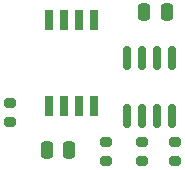
<source format=gbr>
%TF.GenerationSoftware,KiCad,Pcbnew,(6.0.0)*%
%TF.CreationDate,2021-12-30T22:07:07+00:00*%
%TF.ProjectId,DHT22,44485432-322e-46b6-9963-61645f706362,rev?*%
%TF.SameCoordinates,Original*%
%TF.FileFunction,Paste,Top*%
%TF.FilePolarity,Positive*%
%FSLAX46Y46*%
G04 Gerber Fmt 4.6, Leading zero omitted, Abs format (unit mm)*
G04 Created by KiCad (PCBNEW (6.0.0)) date 2021-12-30 22:07:07*
%MOMM*%
%LPD*%
G01*
G04 APERTURE LIST*
G04 Aperture macros list*
%AMRoundRect*
0 Rectangle with rounded corners*
0 $1 Rounding radius*
0 $2 $3 $4 $5 $6 $7 $8 $9 X,Y pos of 4 corners*
0 Add a 4 corners polygon primitive as box body*
4,1,4,$2,$3,$4,$5,$6,$7,$8,$9,$2,$3,0*
0 Add four circle primitives for the rounded corners*
1,1,$1+$1,$2,$3*
1,1,$1+$1,$4,$5*
1,1,$1+$1,$6,$7*
1,1,$1+$1,$8,$9*
0 Add four rect primitives between the rounded corners*
20,1,$1+$1,$2,$3,$4,$5,0*
20,1,$1+$1,$4,$5,$6,$7,0*
20,1,$1+$1,$6,$7,$8,$9,0*
20,1,$1+$1,$8,$9,$2,$3,0*%
G04 Aperture macros list end*
%ADD10RoundRect,0.200000X0.275000X-0.200000X0.275000X0.200000X-0.275000X0.200000X-0.275000X-0.200000X0*%
%ADD11RoundRect,0.250000X0.250000X0.475000X-0.250000X0.475000X-0.250000X-0.475000X0.250000X-0.475000X0*%
%ADD12R,0.650000X1.700000*%
%ADD13RoundRect,0.250000X-0.250000X-0.475000X0.250000X-0.475000X0.250000X0.475000X-0.250000X0.475000X0*%
%ADD14RoundRect,0.150000X0.150000X-0.825000X0.150000X0.825000X-0.150000X0.825000X-0.150000X-0.825000X0*%
G04 APERTURE END LIST*
D10*
%TO.C,R4*%
X106426000Y-95948000D03*
X106426000Y-94298000D03*
%TD*%
D11*
%TO.C,C2*%
X111440000Y-98298000D03*
X109540000Y-98298000D03*
%TD*%
D12*
%TO.C,U1*%
X113538000Y-87282000D03*
X112268000Y-87282000D03*
X110998000Y-87282000D03*
X109728000Y-87282000D03*
X109728000Y-94582000D03*
X110998000Y-94582000D03*
X112268000Y-94582000D03*
X113538000Y-94582000D03*
%TD*%
D10*
%TO.C,R1*%
X120396000Y-99250000D03*
X120396000Y-97600000D03*
%TD*%
D13*
%TO.C,C1*%
X117795000Y-86614000D03*
X119695000Y-86614000D03*
%TD*%
D14*
%TO.C,U2*%
X116332000Y-95439000D03*
X117602000Y-95439000D03*
X118872000Y-95439000D03*
X120142000Y-95439000D03*
X120142000Y-90489000D03*
X118872000Y-90489000D03*
X117602000Y-90489000D03*
X116332000Y-90489000D03*
%TD*%
D10*
%TO.C,R2*%
X114554000Y-99250000D03*
X114554000Y-97600000D03*
%TD*%
%TO.C,R3*%
X117602000Y-97600000D03*
X117602000Y-99250000D03*
%TD*%
M02*

</source>
